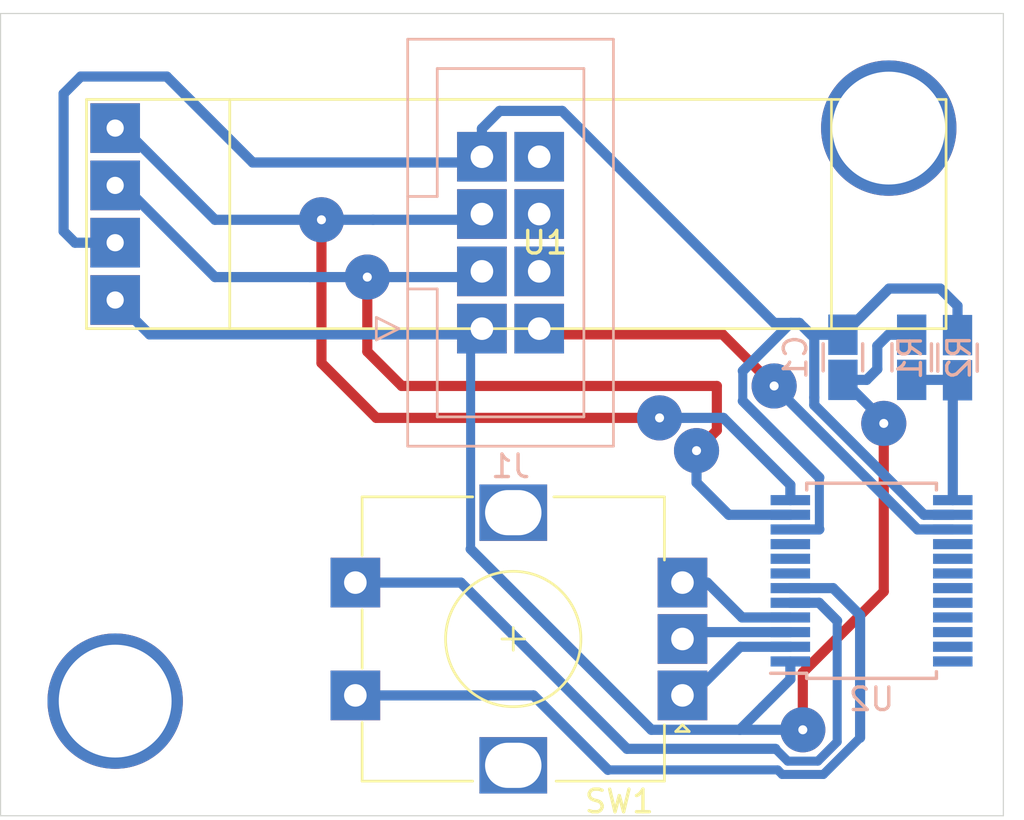
<source format=kicad_pcb>
(kicad_pcb (version 20171130) (host pcbnew 5.1.9-73d0e3b20d~88~ubuntu20.04.1)

  (general
    (thickness 1.6)
    (drawings 4)
    (tracks 118)
    (zones 0)
    (modules 7)
    (nets 12)
  )

  (page A4)
  (layers
    (0 F.Cu signal)
    (31 B.Cu signal)
    (32 B.Adhes user)
    (33 F.Adhes user)
    (34 B.Paste user)
    (35 F.Paste user)
    (36 B.SilkS user)
    (37 F.SilkS user)
    (38 B.Mask user)
    (39 F.Mask user)
    (40 Dwgs.User user)
    (41 Cmts.User user)
    (42 Eco1.User user)
    (43 Eco2.User user)
    (44 Edge.Cuts user)
    (45 Margin user)
    (46 B.CrtYd user)
    (47 F.CrtYd user)
    (48 B.Fab user)
    (49 F.Fab user)
  )

  (setup
    (last_trace_width 0.45)
    (trace_clearance 0.19)
    (zone_clearance 0.508)
    (zone_45_only no)
    (trace_min 0.2)
    (via_size 2)
    (via_drill 0.4)
    (via_min_size 0.4)
    (via_min_drill 0.3)
    (uvia_size 0.3)
    (uvia_drill 0.1)
    (uvias_allowed no)
    (uvia_min_size 0.2)
    (uvia_min_drill 0.1)
    (edge_width 0.05)
    (segment_width 0.2)
    (pcb_text_width 0.3)
    (pcb_text_size 1.5 1.5)
    (mod_edge_width 0.12)
    (mod_text_size 1 1)
    (mod_text_width 0.15)
    (pad_size 1.524 1.524)
    (pad_drill 0.762)
    (pad_to_mask_clearance 0)
    (aux_axis_origin 116.84 93.98)
    (visible_elements FFFFFF7F)
    (pcbplotparams
      (layerselection 0x01000_ffffffff)
      (usegerberextensions false)
      (usegerberattributes true)
      (usegerberadvancedattributes true)
      (creategerberjobfile true)
      (excludeedgelayer true)
      (linewidth 0.100000)
      (plotframeref false)
      (viasonmask false)
      (mode 1)
      (useauxorigin true)
      (hpglpennumber 1)
      (hpglpenspeed 20)
      (hpglpendiameter 15.000000)
      (psnegative false)
      (psa4output false)
      (plotreference true)
      (plotvalue true)
      (plotinvisibletext false)
      (padsonsilk false)
      (subtractmaskfromsilk false)
      (outputformat 1)
      (mirror false)
      (drillshape 0)
      (scaleselection 1)
      (outputdirectory ""))
  )

  (net 0 "")
  (net 1 +5V)
  (net 2 GND)
  (net 3 SDA)
  (net 4 INT)
  (net 5 SCL)
  (net 6 "Net-(R1-Pad2)")
  (net 7 "Net-(SW1-PadA)")
  (net 8 "Net-(SW1-PadC)")
  (net 9 "Net-(SW1-PadB)")
  (net 10 "Net-(SW1-PadS1)")
  (net 11 "Net-(SW1-PadS2)")

  (net_class Default "This is the default net class."
    (clearance 0.19)
    (trace_width 0.45)
    (via_dia 2)
    (via_drill 0.4)
    (uvia_dia 0.3)
    (uvia_drill 0.1)
    (add_net +5V)
    (add_net GND)
    (add_net INT)
    (add_net "Net-(J1-Pad4)")
    (add_net "Net-(J1-Pad6)")
    (add_net "Net-(J1-Pad8)")
    (add_net "Net-(R1-Pad2)")
    (add_net "Net-(SW1-PadA)")
    (add_net "Net-(SW1-PadB)")
    (add_net "Net-(SW1-PadC)")
    (add_net "Net-(SW1-PadS1)")
    (add_net "Net-(SW1-PadS2)")
    (add_net "Net-(U2-Pad16)")
    (add_net "Net-(U2-Pad17)")
    (add_net "Net-(U2-Pad18)")
    (add_net "Net-(U2-Pad19)")
    (add_net "Net-(U2-Pad20)")
    (add_net "Net-(U2-Pad21)")
    (add_net "Net-(U2-Pad22)")
    (add_net "Net-(U2-Pad23)")
    (add_net "Net-(U2-Pad24)")
    (add_net "Net-(U2-Pad7)")
    (add_net "Net-(U2-Pad8)")
    (add_net "Net-(U2-Pad9)")
    (add_net SCL)
    (add_net SDA)
  )

  (module Connector_IDC:IDC-Header_2x04_P2.54mm_Vertical (layer B.Cu) (tedit 602881EB) (tstamp 6028EA92)
    (at 138.176 72.39)
    (descr "Through hole IDC box header, 2x04, 2.54mm pitch, DIN 41651 / IEC 60603-13, double rows, https://docs.google.com/spreadsheets/d/16SsEcesNF15N3Lb4niX7dcUr-NY5_MFPQhobNuNppn4/edit#gid=0")
    (tags "Through hole vertical IDC box header THT 2x04 2.54mm double row")
    (path /602D01C9)
    (fp_text reference J1 (at 1.27 6.1) (layer B.SilkS)
      (effects (font (size 1 1) (thickness 0.15)) (justify mirror))
    )
    (fp_text value "Board Connector" (at 1.27 -13.72) (layer B.Fab)
      (effects (font (size 1 1) (thickness 0.15)) (justify mirror))
    )
    (fp_line (start -3.18 4.1) (end -2.18 5.1) (layer B.Fab) (width 0.1))
    (fp_line (start -2.18 5.1) (end 5.72 5.1) (layer B.Fab) (width 0.1))
    (fp_line (start 5.72 5.1) (end 5.72 -12.72) (layer B.Fab) (width 0.1))
    (fp_line (start 5.72 -12.72) (end -3.18 -12.72) (layer B.Fab) (width 0.1))
    (fp_line (start -3.18 -12.72) (end -3.18 4.1) (layer B.Fab) (width 0.1))
    (fp_line (start -3.18 -1.76) (end -1.98 -1.76) (layer B.Fab) (width 0.1))
    (fp_line (start -1.98 -1.76) (end -1.98 3.91) (layer B.Fab) (width 0.1))
    (fp_line (start -1.98 3.91) (end 4.52 3.91) (layer B.Fab) (width 0.1))
    (fp_line (start 4.52 3.91) (end 4.52 -11.53) (layer B.Fab) (width 0.1))
    (fp_line (start 4.52 -11.53) (end -1.98 -11.53) (layer B.Fab) (width 0.1))
    (fp_line (start -1.98 -11.53) (end -1.98 -5.86) (layer B.Fab) (width 0.1))
    (fp_line (start -1.98 -5.86) (end -1.98 -5.86) (layer B.Fab) (width 0.1))
    (fp_line (start -1.98 -5.86) (end -3.18 -5.86) (layer B.Fab) (width 0.1))
    (fp_line (start -3.29 5.21) (end 5.83 5.21) (layer B.SilkS) (width 0.12))
    (fp_line (start 5.83 5.21) (end 5.83 -12.83) (layer B.SilkS) (width 0.12))
    (fp_line (start 5.83 -12.83) (end -3.29 -12.83) (layer B.SilkS) (width 0.12))
    (fp_line (start -3.29 -12.83) (end -3.29 5.21) (layer B.SilkS) (width 0.12))
    (fp_line (start -3.29 -1.76) (end -1.98 -1.76) (layer B.SilkS) (width 0.12))
    (fp_line (start -1.98 -1.76) (end -1.98 3.91) (layer B.SilkS) (width 0.12))
    (fp_line (start -1.98 3.91) (end 4.52 3.91) (layer B.SilkS) (width 0.12))
    (fp_line (start 4.52 3.91) (end 4.52 -11.53) (layer B.SilkS) (width 0.12))
    (fp_line (start 4.52 -11.53) (end -1.98 -11.53) (layer B.SilkS) (width 0.12))
    (fp_line (start -1.98 -11.53) (end -1.98 -5.86) (layer B.SilkS) (width 0.12))
    (fp_line (start -1.98 -5.86) (end -1.98 -5.86) (layer B.SilkS) (width 0.12))
    (fp_line (start -1.98 -5.86) (end -3.29 -5.86) (layer B.SilkS) (width 0.12))
    (fp_line (start -3.68 0) (end -4.68 0.5) (layer B.SilkS) (width 0.12))
    (fp_line (start -4.68 0.5) (end -4.68 -0.5) (layer B.SilkS) (width 0.12))
    (fp_line (start -4.68 -0.5) (end -3.68 0) (layer B.SilkS) (width 0.12))
    (fp_line (start -3.68 5.6) (end -3.68 -13.22) (layer B.CrtYd) (width 0.05))
    (fp_line (start -3.68 -13.22) (end 6.22 -13.22) (layer B.CrtYd) (width 0.05))
    (fp_line (start 6.22 -13.22) (end 6.22 5.6) (layer B.CrtYd) (width 0.05))
    (fp_line (start 6.22 5.6) (end -3.68 5.6) (layer B.CrtYd) (width 0.05))
    (fp_text user %R (at 1.27 -3.81 -90) (layer B.Fab)
      (effects (font (size 1 1) (thickness 0.15)) (justify mirror))
    )
    (pad 8 thru_hole rect (at 2.54 -7.62) (size 2.2 2.2) (drill 1) (layers *.Cu *.Mask))
    (pad 6 thru_hole rect (at 2.54 -5.08) (size 2.2 2.2) (drill 1) (layers *.Cu *.Mask))
    (pad 4 thru_hole rect (at 2.54 -2.54) (size 2.2 2.2) (drill 1) (layers *.Cu *.Mask))
    (pad 2 thru_hole rect (at 2.54 0) (size 2.2 2.2) (drill 1) (layers *.Cu *.Mask)
      (net 4 INT))
    (pad 7 thru_hole rect (at 0 -7.62) (size 2.2 2.2) (drill 1) (layers *.Cu *.Mask)
      (net 1 +5V))
    (pad 5 thru_hole rect (at 0 -5.08) (size 2.2 2.2) (drill 1) (layers *.Cu *.Mask)
      (net 3 SDA))
    (pad 3 thru_hole rect (at 0 -2.54) (size 2.2 2.2) (drill 1) (layers *.Cu *.Mask)
      (net 5 SCL))
    (pad 1 thru_hole rect (at 0 0) (size 2.2 2.2) (drill 1) (layers *.Cu *.Mask)
      (net 2 GND))
    (model ${KISYS3DMOD}/Connector_IDC.3dshapes/IDC-Header_2x04_P2.54mm_Vertical.wrl
      (at (xyz 0 0 0))
      (scale (xyz 1 1 1))
      (rotate (xyz 0 0 0))
    )
  )

  (module Rotary_Encoder:RotaryEncoder_Alps_EC12E-Switch_Vertical_H20mm (layer F.Cu) (tedit 602880A0) (tstamp 6028EEDF)
    (at 147.066 88.646 180)
    (descr "Alps rotary encoder, EC12E... with switch, vertical shaft, http://www.alps.com/prod/info/E/HTML/Encoder/Incremental/EC12E/EC12E1240405.html & http://cdn-reichelt.de/documents/datenblatt/F100/402097STEC12E08.PDF")
    (tags "rotary encoder")
    (path /602888DD)
    (fp_text reference SW1 (at 2.8 -4.7 180) (layer F.SilkS)
      (effects (font (size 1 1) (thickness 0.15)))
    )
    (fp_text value Rotary_Encoder_Switch (at 7.5 10.4 180) (layer F.Fab)
      (effects (font (size 1 1) (thickness 0.15)))
    )
    (fp_circle (center 7.5 2.5) (end 10.5 2.5) (layer F.Fab) (width 0.12))
    (fp_circle (center 7.5 2.5) (end 10.5 2.5) (layer F.SilkS) (width 0.12))
    (fp_line (start 16 9.85) (end -1.5 9.85) (layer F.CrtYd) (width 0.05))
    (fp_line (start 16 9.85) (end 16 -4.85) (layer F.CrtYd) (width 0.05))
    (fp_line (start -1.5 -4.85) (end -1.5 9.85) (layer F.CrtYd) (width 0.05))
    (fp_line (start -1.5 -4.85) (end 16 -4.85) (layer F.CrtYd) (width 0.05))
    (fp_line (start 1.9 -3.7) (end 14.1 -3.7) (layer F.Fab) (width 0.12))
    (fp_line (start 14.1 -3.7) (end 14.1 8.7) (layer F.Fab) (width 0.12))
    (fp_line (start 14.1 8.7) (end 0.9 8.7) (layer F.Fab) (width 0.12))
    (fp_line (start 0.9 8.7) (end 0.9 -2.6) (layer F.Fab) (width 0.12))
    (fp_line (start 0.9 -2.6) (end 1.9 -3.7) (layer F.Fab) (width 0.12))
    (fp_line (start 9.3 -3.8) (end 14.2 -3.8) (layer F.SilkS) (width 0.12))
    (fp_line (start 14.2 8.8) (end 9.3 8.8) (layer F.SilkS) (width 0.12))
    (fp_line (start 5.7 8.8) (end 0.8 8.8) (layer F.SilkS) (width 0.12))
    (fp_line (start 0.8 8.8) (end 0.8 6) (layer F.SilkS) (width 0.12))
    (fp_line (start 5.6 -3.8) (end 0.8 -3.8) (layer F.SilkS) (width 0.12))
    (fp_line (start 0.8 -3.8) (end 0.8 -1.3) (layer F.SilkS) (width 0.12))
    (fp_line (start 0 -1.3) (end -0.3 -1.6) (layer F.SilkS) (width 0.12))
    (fp_line (start -0.3 -1.6) (end 0.3 -1.6) (layer F.SilkS) (width 0.12))
    (fp_line (start 0.3 -1.6) (end 0 -1.3) (layer F.SilkS) (width 0.12))
    (fp_line (start 7.5 -0.5) (end 7.5 5.5) (layer F.Fab) (width 0.12))
    (fp_line (start 4.5 2.5) (end 10.5 2.5) (layer F.Fab) (width 0.12))
    (fp_line (start 14.2 -3.8) (end 14.2 -1.2) (layer F.SilkS) (width 0.12))
    (fp_line (start 14.2 1.2) (end 14.2 3.8) (layer F.SilkS) (width 0.12))
    (fp_line (start 14.2 6.2) (end 14.2 8.8) (layer F.SilkS) (width 0.12))
    (fp_line (start 7.5 2) (end 7.5 3) (layer F.SilkS) (width 0.12))
    (fp_line (start 7 2.5) (end 8 2.5) (layer F.SilkS) (width 0.12))
    (fp_text user %R (at 11.5 6.6 180) (layer F.Fab)
      (effects (font (size 1 1) (thickness 0.15)))
    )
    (pad A thru_hole rect (at 0 0 180) (size 2.2 2.2) (drill 1) (layers *.Cu *.Mask)
      (net 7 "Net-(SW1-PadA)"))
    (pad C thru_hole rect (at 0 2.5 180) (size 2.2 2.2) (drill 1) (layers *.Cu *.Mask)
      (net 8 "Net-(SW1-PadC)"))
    (pad B thru_hole rect (at 0 5 180) (size 2.2 2.2) (drill 1) (layers *.Cu *.Mask)
      (net 9 "Net-(SW1-PadB)"))
    (pad MP thru_hole rect (at 7.5 -3.1 180) (size 3 2.5) (drill oval 2.5 2) (layers *.Cu *.Mask))
    (pad MP thru_hole rect (at 7.5 8.1 180) (size 3 2.5) (drill oval 2.5 2) (layers *.Cu *.Mask))
    (pad S1 thru_hole rect (at 14.5 0 180) (size 2.2 2.2) (drill 1) (layers *.Cu *.Mask)
      (net 10 "Net-(SW1-PadS1)"))
    (pad S2 thru_hole rect (at 14.5 5 180) (size 2.2 2.2) (drill 1) (layers *.Cu *.Mask)
      (net 11 "Net-(SW1-PadS2)"))
    (model ${KISYS3DMOD}/Rotary_Encoder.3dshapes/RotaryEncoder_Alps_EC12E-Switch_Vertical_H20mm.wrl
      (at (xyz 0 0 0))
      (scale (xyz 1 1 1))
      (rotate (xyz 0 0 0))
    )
  )

  (module coddingtonbear:128x32_OLED (layer F.Cu) (tedit 60288076) (tstamp 6028DDB2)
    (at 129.54 68.58)
    (path /6028C44E)
    (fp_text reference U1 (at 11.43 0) (layer F.SilkS)
      (effects (font (size 1 1) (thickness 0.15)))
    )
    (fp_text value 128x32_OLED (at 11.43 -2.54) (layer F.Fab)
      (effects (font (size 1 1) (thickness 0.15)))
    )
    (fp_line (start 24.13 -6.35) (end 24.13 3.81) (layer F.SilkS) (width 0.12))
    (fp_line (start -2.54 -6.35) (end -2.54 3.81) (layer F.SilkS) (width 0.12))
    (fp_line (start -8.89 3.81) (end -8.89 -6.35) (layer F.SilkS) (width 0.12))
    (fp_line (start 29.21 3.81) (end -8.89 3.81) (layer F.SilkS) (width 0.12))
    (fp_line (start 29.21 -6.35) (end 29.21 3.81) (layer F.SilkS) (width 0.12))
    (fp_line (start -8.89 -6.35) (end 29.21 -6.35) (layer F.SilkS) (width 0.12))
    (pad 4 thru_hole rect (at -7.62 -5.08) (size 2.2 2.2) (drill 0.762) (layers *.Cu *.Mask)
      (net 3 SDA))
    (pad 3 thru_hole rect (at -7.62 -2.54) (size 2.2 2.2) (drill 0.762) (layers *.Cu *.Mask)
      (net 5 SCL))
    (pad 2 thru_hole rect (at -7.62 0) (size 2.2 2.2) (drill 0.762) (layers *.Cu *.Mask)
      (net 1 +5V))
    (pad 1 thru_hole rect (at -7.62 2.54) (size 2.2 2.2) (drill 0.762) (layers *.Cu *.Mask)
      (net 2 GND))
  )

  (module Package_SO:SSOP-24_5.3x8.2mm_P0.65mm (layer B.Cu) (tedit 5A02F25C) (tstamp 6028DDDF)
    (at 155.448 83.566)
    (descr "24-Lead Plastic Shrink Small Outline (SS)-5.30 mm Body [SSOP] (see Microchip Packaging Specification 00000049BS.pdf)")
    (tags "SSOP 0.65")
    (path /602AA130)
    (attr smd)
    (fp_text reference U2 (at 0 5.25) (layer B.SilkS)
      (effects (font (size 1 1) (thickness 0.15)) (justify mirror))
    )
    (fp_text value MCP23018-E_SS (at 0 -5.25) (layer B.Fab)
      (effects (font (size 1 1) (thickness 0.15)) (justify mirror))
    )
    (fp_line (start -2.875 4.1) (end -4.475 4.1) (layer B.SilkS) (width 0.15))
    (fp_line (start -2.875 -4.325) (end 2.875 -4.325) (layer B.SilkS) (width 0.15))
    (fp_line (start -2.875 4.325) (end 2.875 4.325) (layer B.SilkS) (width 0.15))
    (fp_line (start -2.875 -4.325) (end -2.875 -4.025) (layer B.SilkS) (width 0.15))
    (fp_line (start 2.875 -4.325) (end 2.875 -4.025) (layer B.SilkS) (width 0.15))
    (fp_line (start 2.875 4.325) (end 2.875 4.025) (layer B.SilkS) (width 0.15))
    (fp_line (start -2.875 4.325) (end -2.875 4.1) (layer B.SilkS) (width 0.15))
    (fp_line (start -4.75 -4.5) (end 4.75 -4.5) (layer B.CrtYd) (width 0.05))
    (fp_line (start -4.75 4.5) (end 4.75 4.5) (layer B.CrtYd) (width 0.05))
    (fp_line (start 4.75 4.5) (end 4.75 -4.5) (layer B.CrtYd) (width 0.05))
    (fp_line (start -4.75 4.5) (end -4.75 -4.5) (layer B.CrtYd) (width 0.05))
    (fp_line (start -2.65 3.1) (end -1.65 4.1) (layer B.Fab) (width 0.15))
    (fp_line (start -2.65 -4.1) (end -2.65 3.1) (layer B.Fab) (width 0.15))
    (fp_line (start 2.65 -4.1) (end -2.65 -4.1) (layer B.Fab) (width 0.15))
    (fp_line (start 2.65 4.1) (end 2.65 -4.1) (layer B.Fab) (width 0.15))
    (fp_line (start -1.65 4.1) (end 2.65 4.1) (layer B.Fab) (width 0.15))
    (fp_text user %R (at 0 0) (layer B.Fab)
      (effects (font (size 0.8 0.8) (thickness 0.15)) (justify mirror))
    )
    (pad 24 smd rect (at 3.6 3.575) (size 1.75 0.45) (layers B.Cu B.Paste B.Mask))
    (pad 23 smd rect (at 3.6 2.925) (size 1.75 0.45) (layers B.Cu B.Paste B.Mask))
    (pad 22 smd rect (at 3.6 2.275) (size 1.75 0.45) (layers B.Cu B.Paste B.Mask))
    (pad 21 smd rect (at 3.6 1.625) (size 1.75 0.45) (layers B.Cu B.Paste B.Mask))
    (pad 20 smd rect (at 3.6 0.975) (size 1.75 0.45) (layers B.Cu B.Paste B.Mask))
    (pad 19 smd rect (at 3.6 0.325) (size 1.75 0.45) (layers B.Cu B.Paste B.Mask))
    (pad 18 smd rect (at 3.6 -0.325) (size 1.75 0.45) (layers B.Cu B.Paste B.Mask))
    (pad 17 smd rect (at 3.6 -0.975) (size 1.75 0.45) (layers B.Cu B.Paste B.Mask))
    (pad 16 smd rect (at 3.6 -1.625) (size 1.75 0.45) (layers B.Cu B.Paste B.Mask))
    (pad 15 smd rect (at 3.6 -2.275) (size 1.75 0.45) (layers B.Cu B.Paste B.Mask)
      (net 4 INT))
    (pad 14 smd rect (at 3.6 -2.925) (size 1.75 0.45) (layers B.Cu B.Paste B.Mask)
      (net 1 +5V))
    (pad 13 smd rect (at 3.6 -3.575) (size 1.75 0.45) (layers B.Cu B.Paste B.Mask)
      (net 6 "Net-(R1-Pad2)"))
    (pad 12 smd rect (at -3.6 -3.575) (size 1.75 0.45) (layers B.Cu B.Paste B.Mask)
      (net 3 SDA))
    (pad 11 smd rect (at -3.6 -2.925) (size 1.75 0.45) (layers B.Cu B.Paste B.Mask)
      (net 5 SCL))
    (pad 10 smd rect (at -3.6 -2.275) (size 1.75 0.45) (layers B.Cu B.Paste B.Mask)
      (net 1 +5V))
    (pad 9 smd rect (at -3.6 -1.625) (size 1.75 0.45) (layers B.Cu B.Paste B.Mask))
    (pad 8 smd rect (at -3.6 -0.975) (size 1.75 0.45) (layers B.Cu B.Paste B.Mask))
    (pad 7 smd rect (at -3.6 -0.325) (size 1.75 0.45) (layers B.Cu B.Paste B.Mask))
    (pad 6 smd rect (at -3.6 0.325) (size 1.75 0.45) (layers B.Cu B.Paste B.Mask)
      (net 10 "Net-(SW1-PadS1)"))
    (pad 5 smd rect (at -3.6 0.975) (size 1.75 0.45) (layers B.Cu B.Paste B.Mask)
      (net 11 "Net-(SW1-PadS2)"))
    (pad 4 smd rect (at -3.6 1.625) (size 1.75 0.45) (layers B.Cu B.Paste B.Mask)
      (net 9 "Net-(SW1-PadB)"))
    (pad 3 smd rect (at -3.6 2.275) (size 1.75 0.45) (layers B.Cu B.Paste B.Mask)
      (net 8 "Net-(SW1-PadC)"))
    (pad 2 smd rect (at -3.6 2.925) (size 1.75 0.45) (layers B.Cu B.Paste B.Mask)
      (net 7 "Net-(SW1-PadA)"))
    (pad 1 smd rect (at -3.6 3.575) (size 1.75 0.45) (layers B.Cu B.Paste B.Mask)
      (net 2 GND))
    (model ${KISYS3DMOD}/Package_SO.3dshapes/SSOP-24_5.3x8.2mm_P0.65mm.wrl
      (at (xyz 0 0 0))
      (scale (xyz 1 1 1))
      (rotate (xyz 0 0 0))
    )
  )

  (module coddingtonbear:0805_Milling (layer B.Cu) (tedit 5A864972) (tstamp 6028DD7D)
    (at 157.226 73.66 90)
    (descr "Resistor SMD 0805, reflow soldering, Vishay (see dcrcw.pdf)")
    (tags "resistor 0805")
    (path /602B6EC4)
    (attr smd)
    (fp_text reference R2 (at 0 2.1 270) (layer B.SilkS)
      (effects (font (size 1 1) (thickness 0.15)) (justify mirror))
    )
    (fp_text value 1k (at 0 -2.1 270) (layer B.Fab)
      (effects (font (size 1 1) (thickness 0.15)) (justify mirror))
    )
    (fp_line (start 0.6 -0.875) (end -0.6 -0.875) (layer B.SilkS) (width 0.15))
    (fp_line (start -0.6 0.875) (end 0.6 0.875) (layer B.SilkS) (width 0.15))
    (pad 1 smd rect (at -1 0 90) (size 1.79 1.3) (layers B.Cu B.Paste B.Mask)
      (net 6 "Net-(R1-Pad2)"))
    (pad 2 smd rect (at 1 0 90) (size 1.79 1.3) (layers B.Cu B.Paste B.Mask)
      (net 2 GND))
    (model Resistors_SMD.3dshapes/R_0805.wrl
      (at (xyz 0 0 0))
      (scale (xyz 1 1 1))
      (rotate (xyz 0 0 0))
    )
  )

  (module coddingtonbear:0805_Milling (layer B.Cu) (tedit 5A864972) (tstamp 6028DD75)
    (at 159.258 73.676 270)
    (descr "Resistor SMD 0805, reflow soldering, Vishay (see dcrcw.pdf)")
    (tags "resistor 0805")
    (path /602B6B1B)
    (attr smd)
    (fp_text reference R1 (at 0 2.1 270) (layer B.SilkS)
      (effects (font (size 1 1) (thickness 0.15)) (justify mirror))
    )
    (fp_text value 15k (at 0 -2.1 270) (layer B.Fab)
      (effects (font (size 1 1) (thickness 0.15)) (justify mirror))
    )
    (fp_line (start 0.6 -0.875) (end -0.6 -0.875) (layer B.SilkS) (width 0.15))
    (fp_line (start -0.6 0.875) (end 0.6 0.875) (layer B.SilkS) (width 0.15))
    (pad 1 smd rect (at -1 0 270) (size 1.79 1.3) (layers B.Cu B.Paste B.Mask)
      (net 1 +5V))
    (pad 2 smd rect (at 1 0 270) (size 1.79 1.3) (layers B.Cu B.Paste B.Mask)
      (net 6 "Net-(R1-Pad2)"))
    (model Resistors_SMD.3dshapes/R_0805.wrl
      (at (xyz 0 0 0))
      (scale (xyz 1 1 1))
      (rotate (xyz 0 0 0))
    )
  )

  (module coddingtonbear:0805_Milling (layer B.Cu) (tedit 5A864972) (tstamp 6028DD40)
    (at 154.178 73.66 270)
    (descr "Resistor SMD 0805, reflow soldering, Vishay (see dcrcw.pdf)")
    (tags "resistor 0805")
    (path /6029D417)
    (attr smd)
    (fp_text reference C1 (at 0 2.1 270) (layer B.SilkS)
      (effects (font (size 1 1) (thickness 0.15)) (justify mirror))
    )
    (fp_text value 0.1u (at 0 -2.1 270) (layer B.Fab)
      (effects (font (size 1 1) (thickness 0.15)) (justify mirror))
    )
    (fp_line (start 0.6 -0.875) (end -0.6 -0.875) (layer B.SilkS) (width 0.15))
    (fp_line (start -0.6 0.875) (end 0.6 0.875) (layer B.SilkS) (width 0.15))
    (pad 1 smd rect (at -1 0 270) (size 1.79 1.3) (layers B.Cu B.Paste B.Mask)
      (net 1 +5V))
    (pad 2 smd rect (at 1 0 270) (size 1.79 1.3) (layers B.Cu B.Paste B.Mask)
      (net 2 GND))
    (model Resistors_SMD.3dshapes/R_0805.wrl
      (at (xyz 0 0 0))
      (scale (xyz 1 1 1))
      (rotate (xyz 0 0 0))
    )
  )

  (gr_line (start 161.29 93.98) (end 116.84 93.98) (layer Edge.Cuts) (width 0.05) (tstamp 6028EF2C))
  (gr_line (start 161.29 58.42) (end 161.29 93.98) (layer Edge.Cuts) (width 0.05))
  (gr_line (start 116.84 58.42) (end 161.29 58.42) (layer Edge.Cuts) (width 0.05))
  (gr_line (start 116.84 93.98) (end 116.84 58.42) (layer Edge.Cuts) (width 0.05))

  (via (at 121.92 88.9) (size 6) (drill 5) (layers F.Cu B.Cu) (net 0))
  (via (at 156.21 63.5) (size 6) (drill 5) (layers F.Cu B.Cu) (net 0))
  (segment (start 138.176 65.024) (end 128.016 65.024) (width 0.45) (layer B.Cu) (net 1))
  (segment (start 128.016 65.024) (end 124.206 61.214) (width 0.45) (layer B.Cu) (net 1))
  (segment (start 124.206 61.214) (end 120.396 61.214) (width 0.45) (layer B.Cu) (net 1))
  (segment (start 120.396 61.214) (end 119.634 61.976) (width 0.45) (layer B.Cu) (net 1))
  (segment (start 119.634 61.976) (end 119.634 68.072) (width 0.45) (layer B.Cu) (net 1))
  (segment (start 120.142 68.58) (end 121.92 68.58) (width 0.45) (layer B.Cu) (net 1))
  (segment (start 119.634 68.072) (end 120.142 68.58) (width 0.45) (layer B.Cu) (net 1))
  (segment (start 157.773 80.641) (end 159.048 80.641) (width 0.45) (layer B.Cu) (net 1))
  (segment (start 152.908 75.438) (end 152.908 75.776) (width 0.45) (layer B.Cu) (net 1))
  (segment (start 152.908 75.776) (end 157.773 80.641) (width 0.45) (layer B.Cu) (net 1))
  (segment (start 152.908 75.438) (end 152.908 72.797204) (width 0.45) (layer B.Cu) (net 1))
  (segment (start 152.246796 72.136) (end 151.13 72.136) (width 0.45) (layer B.Cu) (net 1))
  (segment (start 151.13 72.136) (end 141.732 62.738) (width 0.45) (layer B.Cu) (net 1))
  (segment (start 138.176 63.524) (end 138.176 65.024) (width 0.45) (layer B.Cu) (net 1))
  (segment (start 138.962 62.738) (end 138.176 63.524) (width 0.45) (layer B.Cu) (net 1))
  (segment (start 141.732 62.738) (end 138.962 62.738) (width 0.45) (layer B.Cu) (net 1))
  (segment (start 152.770796 72.66) (end 152.450398 72.339602) (width 0.45) (layer B.Cu) (net 1))
  (segment (start 154.178 72.66) (end 152.770796 72.66) (width 0.45) (layer B.Cu) (net 1))
  (segment (start 152.450398 72.339602) (end 152.246796 72.136) (width 0.45) (layer B.Cu) (net 1))
  (segment (start 152.908 72.797204) (end 152.450398 72.339602) (width 0.45) (layer B.Cu) (net 1))
  (segment (start 159.258 71.381) (end 158.489 70.612) (width 0.45) (layer B.Cu) (net 1))
  (segment (start 159.258 72.676) (end 159.258 71.381) (width 0.45) (layer B.Cu) (net 1))
  (segment (start 156.226 70.612) (end 154.178 72.66) (width 0.45) (layer B.Cu) (net 1))
  (segment (start 158.489 70.612) (end 156.226 70.612) (width 0.45) (layer B.Cu) (net 1))
  (segment (start 151.848 81.291) (end 153.123 81.291) (width 0.45) (layer B.Cu) (net 1))
  (segment (start 153.123 81.291) (end 153.133998 81.280002) (width 0.45) (layer B.Cu) (net 1))
  (segment (start 153.133998 81.280002) (end 153.133998 78.991202) (width 0.4) (layer B.Cu) (net 1))
  (segment (start 153.133998 78.991202) (end 149.739998 75.597202) (width 0.45) (layer B.Cu) (net 1))
  (segment (start 149.739998 75.597202) (end 149.739998 74.262798) (width 0.4) (layer B.Cu) (net 1))
  (segment (start 149.739998 74.262798) (end 151.866796 72.136) (width 0.45) (layer B.Cu) (net 1))
  (segment (start 151.866796 72.136) (end 152.246796 72.136) (width 0.45) (layer B.Cu) (net 1))
  (segment (start 151.848 87.141) (end 151.848 87.928) (width 0.45) (layer B.Cu) (net 2))
  (segment (start 137.675999 73.144001) (end 138.176 72.644) (width 0.45) (layer B.Cu) (net 2))
  (segment (start 137.675999 82.158001) (end 137.675999 73.144001) (width 0.4) (layer B.Cu) (net 2))
  (segment (start 145.687998 90.17) (end 137.675999 82.158001) (width 0.45) (layer B.Cu) (net 2))
  (segment (start 149.606 90.17) (end 145.687998 90.17) (width 0.45) (layer B.Cu) (net 2))
  (segment (start 123.444 72.644) (end 138.176 72.644) (width 0.45) (layer B.Cu) (net 2))
  (segment (start 121.92 71.12) (end 123.444 72.644) (width 0.45) (layer B.Cu) (net 2))
  (segment (start 155.702 74.186) (end 155.702 73.152) (width 0.45) (layer B.Cu) (net 2))
  (segment (start 155.228 74.66) (end 155.702 74.186) (width 0.45) (layer B.Cu) (net 2))
  (segment (start 154.178 74.66) (end 155.228 74.66) (width 0.45) (layer B.Cu) (net 2))
  (segment (start 150.622 89.154) (end 149.606 90.17) (width 0.45) (layer B.Cu) (net 2))
  (segment (start 151.848 87.928) (end 150.622 89.154) (width 0.45) (layer B.Cu) (net 2))
  (segment (start 156.194 72.66) (end 155.702 73.152) (width 0.45) (layer B.Cu) (net 2))
  (segment (start 157.226 72.66) (end 156.194 72.66) (width 0.45) (layer B.Cu) (net 2))
  (via (at 152.4 90.17) (size 2) (drill 0.4) (layers F.Cu B.Cu) (net 2))
  (segment (start 149.606 90.17) (end 152.4 90.17) (width 0.45) (layer B.Cu) (net 2))
  (segment (start 152.4 90.17) (end 152.4 87.63) (width 0.45) (layer F.Cu) (net 2))
  (via (at 155.988707 76.589983) (size 2) (drill 0.4) (layers F.Cu B.Cu) (net 2))
  (segment (start 155.988707 84.041293) (end 155.988707 76.589983) (width 0.45) (layer F.Cu) (net 2))
  (segment (start 152.4 87.63) (end 155.988707 84.041293) (width 0.45) (layer F.Cu) (net 2))
  (segment (start 155.988707 76.470707) (end 154.178 74.66) (width 0.45) (layer B.Cu) (net 2))
  (segment (start 155.988707 76.589983) (end 155.988707 76.470707) (width 0.45) (layer B.Cu) (net 2))
  (segment (start 122.282002 63.5) (end 121.92 63.5) (width 0.45) (layer B.Cu) (net 3))
  (segment (start 126.346002 67.564) (end 122.282002 63.5) (width 0.45) (layer B.Cu) (net 3))
  (segment (start 138.176 67.564) (end 133.35 67.564) (width 0.45) (layer B.Cu) (net 3))
  (via (at 131.064 67.564) (size 2) (drill 0.4) (layers F.Cu B.Cu) (net 3))
  (segment (start 131.064 67.564) (end 126.346002 67.564) (width 0.45) (layer B.Cu) (net 3))
  (segment (start 133.35 67.564) (end 131.064 67.564) (width 0.45) (layer B.Cu) (net 3))
  (segment (start 133.49501 76.34501) (end 146.05 76.34501) (width 0.45) (layer F.Cu) (net 3))
  (segment (start 131.064 73.914) (end 133.49501 76.34501) (width 0.45) (layer F.Cu) (net 3))
  (segment (start 148.87701 76.34501) (end 146.05 76.34501) (width 0.45) (layer B.Cu) (net 3))
  (segment (start 131.064 67.564) (end 131.064 73.914) (width 0.45) (layer F.Cu) (net 3))
  (segment (start 151.848 79.316) (end 148.87701 76.34501) (width 0.45) (layer B.Cu) (net 3))
  (segment (start 151.848 79.991) (end 151.848 79.316) (width 0.45) (layer B.Cu) (net 3))
  (via (at 146.05 76.34501) (size 2) (drill 0.4) (layers F.Cu B.Cu) (net 3))
  (via (at 151.13 74.93) (size 2) (drill 0.4) (layers F.Cu B.Cu) (net 4))
  (segment (start 157.491 81.291) (end 151.13 74.93) (width 0.45) (layer B.Cu) (net 4))
  (segment (start 159.048 81.291) (end 157.491 81.291) (width 0.45) (layer B.Cu) (net 4))
  (segment (start 148.844 72.644) (end 140.716 72.644) (width 0.45) (layer F.Cu) (net 4))
  (segment (start 151.13 74.93) (end 148.844 72.644) (width 0.45) (layer F.Cu) (net 4))
  (segment (start 122.282002 66.04) (end 121.92 66.04) (width 0.45) (layer B.Cu) (net 5))
  (segment (start 126.346002 70.104) (end 122.282002 66.04) (width 0.45) (layer B.Cu) (net 5))
  (segment (start 130.556 70.104) (end 126.346002 70.104) (width 0.45) (layer B.Cu) (net 5))
  (segment (start 147.689331 79.211374) (end 147.689331 77.797161) (width 0.45) (layer B.Cu) (net 5))
  (via (at 147.689331 77.797161) (size 2) (drill 0.4) (layers F.Cu B.Cu) (net 5))
  (segment (start 151.848 80.641) (end 149.118957 80.641) (width 0.45) (layer B.Cu) (net 5))
  (segment (start 149.118957 80.641) (end 147.689331 79.211374) (width 0.45) (layer B.Cu) (net 5))
  (segment (start 133.096 73.406) (end 133.096 70.104) (width 0.45) (layer F.Cu) (net 5))
  (segment (start 134.62 74.93) (end 133.096 73.406) (width 0.45) (layer F.Cu) (net 5))
  (segment (start 148.59 74.93) (end 134.62 74.93) (width 0.45) (layer F.Cu) (net 5))
  (segment (start 147.689331 77.797161) (end 148.59 76.896492) (width 0.45) (layer F.Cu) (net 5))
  (via (at 133.096 70.104) (size 2) (drill 0.4) (layers F.Cu B.Cu) (net 5))
  (segment (start 148.59 76.896492) (end 148.59 74.93) (width 0.45) (layer F.Cu) (net 5))
  (segment (start 133.096 70.104) (end 130.556 70.104) (width 0.45) (layer B.Cu) (net 5))
  (segment (start 138.176 70.104) (end 133.096 70.104) (width 0.45) (layer B.Cu) (net 5))
  (segment (start 159.242 74.66) (end 159.258 74.676) (width 0.45) (layer B.Cu) (net 6))
  (segment (start 157.226 74.66) (end 159.242 74.66) (width 0.45) (layer B.Cu) (net 6))
  (segment (start 159.048 74.886) (end 159.258 74.676) (width 0.45) (layer B.Cu) (net 6))
  (segment (start 159.048 79.991) (end 159.048 74.886) (width 0.45) (layer B.Cu) (net 6))
  (segment (start 147.468002 88.646) (end 147.066 88.646) (width 0.45) (layer B.Cu) (net 7))
  (segment (start 149.623002 86.491) (end 147.468002 88.646) (width 0.45) (layer B.Cu) (net 7))
  (segment (start 151.848 86.491) (end 149.623002 86.491) (width 0.45) (layer B.Cu) (net 7))
  (segment (start 147.371 85.841) (end 147.066 86.146) (width 0.45) (layer B.Cu) (net 8))
  (segment (start 151.848 85.841) (end 147.371 85.841) (width 0.45) (layer B.Cu) (net 8))
  (segment (start 147.066 83.646) (end 148.162 83.646) (width 0.45) (layer B.Cu) (net 9))
  (segment (start 149.707 85.191) (end 151.848 85.191) (width 0.45) (layer B.Cu) (net 9))
  (segment (start 148.162 83.646) (end 149.707 85.191) (width 0.45) (layer B.Cu) (net 9))
  (segment (start 153.741 83.891) (end 154.94 85.09) (width 0.45) (layer B.Cu) (net 10))
  (segment (start 140.462 88.646) (end 132.566 88.646) (width 0.45) (layer B.Cu) (net 10))
  (segment (start 153.311592 92.150013) (end 151.488408 92.150013) (width 0.4) (layer B.Cu) (net 10))
  (segment (start 154.94 90.521605) (end 153.311592 92.150013) (width 0.4) (layer B.Cu) (net 10))
  (segment (start 151.488408 92.150013) (end 151.286395 91.948) (width 0.4) (layer B.Cu) (net 10))
  (segment (start 151.848 83.891) (end 153.741 83.891) (width 0.45) (layer B.Cu) (net 10))
  (segment (start 143.764 91.948) (end 140.462 88.646) (width 0.45) (layer B.Cu) (net 10))
  (segment (start 151.286395 91.948) (end 143.764 91.948) (width 0.4) (layer B.Cu) (net 10))
  (segment (start 154.94 85.09) (end 154.94 90.521605) (width 0.45) (layer B.Cu) (net 10))
  (segment (start 153.067202 91.560002) (end 153.924 90.703204) (width 0.4) (layer B.Cu) (net 11))
  (segment (start 153.924 85.342) (end 153.123 84.541) (width 0.45) (layer B.Cu) (net 11))
  (segment (start 132.566 83.646) (end 137.24 83.646) (width 0.45) (layer B.Cu) (net 11))
  (segment (start 137.24 83.646) (end 144.608009 91.014009) (width 0.45) (layer B.Cu) (net 11))
  (segment (start 151.732798 91.560002) (end 153.067202 91.560002) (width 0.4) (layer B.Cu) (net 11))
  (segment (start 153.924 90.703204) (end 153.924 85.342) (width 0.4) (layer B.Cu) (net 11))
  (segment (start 153.123 84.541) (end 151.848 84.541) (width 0.45) (layer B.Cu) (net 11))
  (segment (start 151.186805 91.014009) (end 151.732798 91.560002) (width 0.4) (layer B.Cu) (net 11))
  (segment (start 144.608009 91.014009) (end 151.186805 91.014009) (width 0.45) (layer B.Cu) (net 11))

)

</source>
